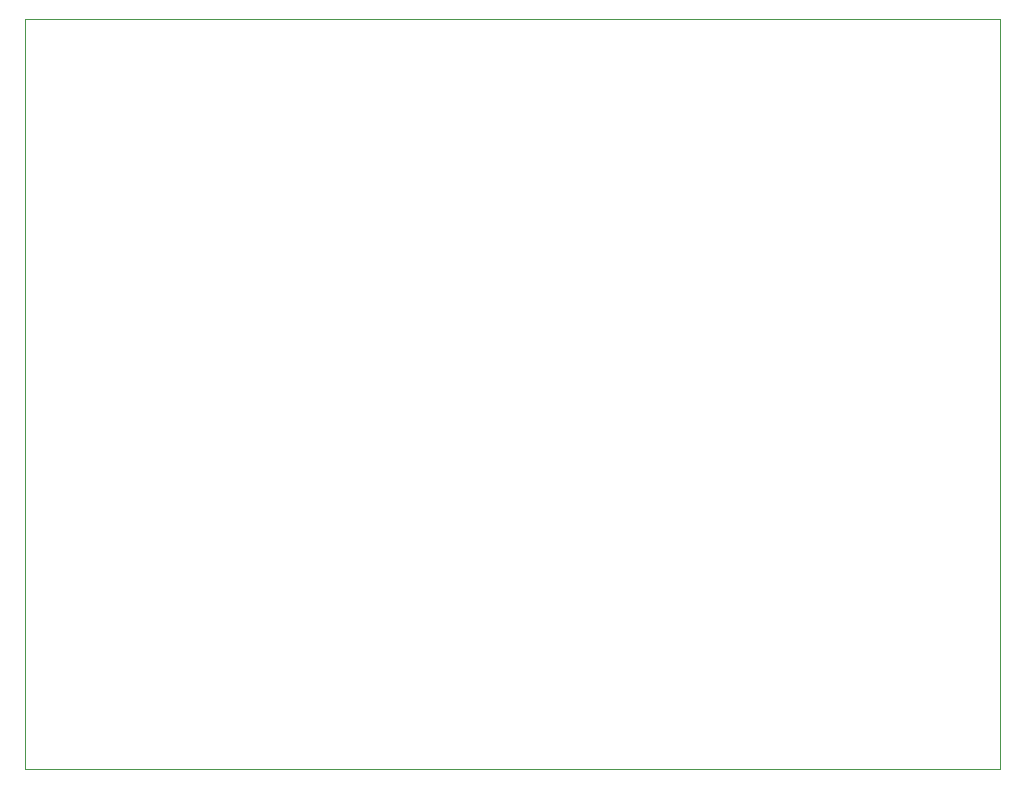
<source format=gbr>
%TF.GenerationSoftware,KiCad,Pcbnew,(5.1.6-0-10_14)*%
%TF.CreationDate,2021-01-11T17:17:34-08:00*%
%TF.ProjectId,AD7766_dev_board,41443737-3636-45f6-9465-765f626f6172,rev?*%
%TF.SameCoordinates,Original*%
%TF.FileFunction,Profile,NP*%
%FSLAX46Y46*%
G04 Gerber Fmt 4.6, Leading zero omitted, Abs format (unit mm)*
G04 Created by KiCad (PCBNEW (5.1.6-0-10_14)) date 2021-01-11 17:17:34*
%MOMM*%
%LPD*%
G01*
G04 APERTURE LIST*
%TA.AperFunction,Profile*%
%ADD10C,0.050000*%
%TD*%
G04 APERTURE END LIST*
D10*
X-20320000Y31750000D02*
X-20320000Y-31750000D01*
X62230000Y31750000D02*
X-20320000Y31750000D01*
X62230000Y-31750000D02*
X62230000Y31750000D01*
X-20320000Y-31750000D02*
X62230000Y-31750000D01*
M02*

</source>
